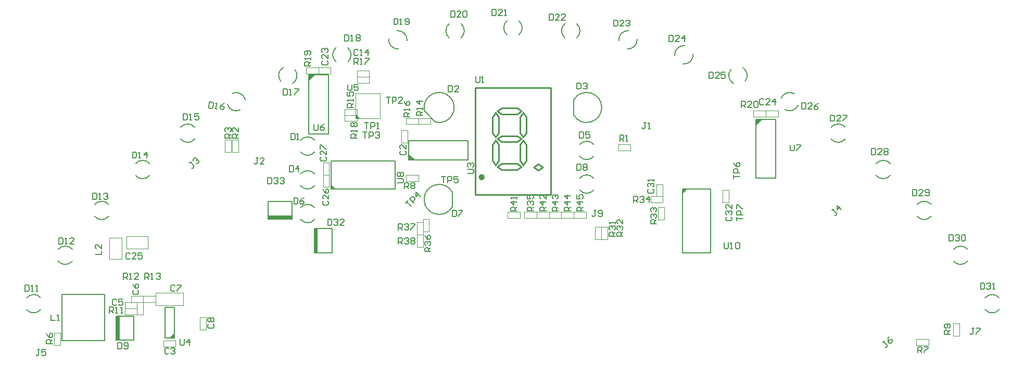
<source format=gto>
G04 Layer_Color=65535*
%FSLAX44Y44*%
%MOMM*%
G71*
G01*
G75*
%ADD28C,0.5000*%
%ADD33C,0.1700*%
%ADD52C,0.2540*%
%ADD63C,0.1000*%
%ADD64C,0.2000*%
G36*
X1079500Y247250D02*
Y254500D01*
X1086750D01*
X1079500Y247250D01*
D02*
G37*
G36*
X515250Y254500D02*
X508000D01*
Y261750D01*
X515250Y254500D01*
D02*
G37*
G36*
X555000Y370000D02*
X547500D01*
Y377500D01*
X555000Y370000D01*
D02*
G37*
D28*
X755349Y273744D02*
G03*
X755349Y273744I-2500J0D01*
G01*
D33*
X1394325Y276632D02*
G03*
X1417307Y276632I11491J9642D01*
G01*
X1417407Y295916D02*
G03*
X1394425Y295916I-11491J-9642D01*
G01*
X1460938Y210000D02*
G03*
X1483920Y210000I11491J9642D01*
G01*
X1484019Y229283D02*
G03*
X1461038Y229283I-11491J-9642D01*
G01*
X1543304Y156073D02*
G03*
X1520323Y156073I-11491J-9642D01*
G01*
X1520223Y136789D02*
G03*
X1543204Y136789I11491J9642D01*
G01*
X1594612Y77086D02*
G03*
X1571631Y77086I-11491J-9642D01*
G01*
X1571531Y57802D02*
G03*
X1594512Y57802I11491J9642D01*
G01*
X368183Y400708D02*
G03*
X347355Y410420I-14489J-3882D01*
G01*
X339114Y392986D02*
G03*
X359942Y383273I14489J3882D01*
G01*
X445077Y426575D02*
G03*
X449067Y449207I-7500J12990D01*
G01*
X430094Y452654D02*
G03*
X426104Y430022I7500J-12990D01*
G01*
X631506Y496434D02*
G03*
X615256Y512684I-14943J1307D01*
G01*
X601550Y499119D02*
G03*
X617800Y482869I14943J-1307D01*
G01*
X1181211Y429944D02*
G03*
X1177220Y452576I-11491J9642D01*
G01*
X1158212Y449326D02*
G03*
X1162203Y426694I11491J-9642D01*
G01*
X1261645Y409603D02*
G03*
X1239788Y402501I-7949J-12721D01*
G01*
X1245652Y384131D02*
G03*
X1267509Y391232I7949J12721D01*
G01*
X704916Y249694D02*
G03*
X704916Y225194I-21218J-12250D01*
G01*
X677272Y363743D02*
G03*
X659948Y381068I6341J23665D01*
G01*
X535175Y461854D02*
G03*
X535175Y484836I-9642J11491D01*
G01*
X515891Y484935D02*
G03*
X515891Y461954I9642J-11491D01*
G01*
X719215Y500973D02*
G03*
X719215Y523954I-9642J11491D01*
G01*
X699931Y524054D02*
G03*
X699931Y501073I9642J-11491D01*
G01*
X813290Y505903D02*
G03*
X813290Y528885I-9642J11491D01*
G01*
X794007Y528985D02*
G03*
X794007Y506003I9642J-11491D01*
G01*
X907366Y500973D02*
G03*
X907366Y523954I-9642J11491D01*
G01*
X888082Y524054D02*
G03*
X888082Y501073I9642J-11491D01*
G01*
X989426Y482799D02*
G03*
X1005677Y499049I1307J14943D01*
G01*
X992112Y512755D02*
G03*
X975861Y496505I-1307J-14943D01*
G01*
X902381Y375194D02*
G03*
X902381Y399694I21218J12250D01*
G01*
X912108Y307802D02*
G03*
X935089Y307802I11491J9642D01*
G01*
X935189Y327086D02*
G03*
X912208Y327086I-11491J-9642D01*
G01*
X912108Y252802D02*
G03*
X935089Y252802I11491J9642D01*
G01*
X935189Y272086D02*
G03*
X912208Y272086I-11491J-9642D01*
G01*
X1080421Y458416D02*
G03*
X1096671Y474667I1307J14943D01*
G01*
X1083106Y488373D02*
G03*
X1066856Y472123I-1307J-14943D01*
G01*
X1321115Y335897D02*
G03*
X1344096Y335897I11491J9642D01*
G01*
X1344196Y355181D02*
G03*
X1321215Y355181I-11491J-9642D01*
G01*
X481261Y334123D02*
G03*
X458280Y334123I-11491J-9642D01*
G01*
X458180Y314839D02*
G03*
X481161Y314839I11491J9642D01*
G01*
X481261Y279123D02*
G03*
X458280Y279123I-11491J-9642D01*
G01*
X458180Y259839D02*
G03*
X481161Y259839I11491J9642D01*
G01*
X481261Y224123D02*
G03*
X458280Y224123I-11491J-9642D01*
G01*
X458180Y204839D02*
G03*
X481161Y204839I11491J9642D01*
G01*
X286182Y355181D02*
G03*
X263201Y355181I-11491J-9642D01*
G01*
X263101Y335897D02*
G03*
X286082Y335897I11491J9642D01*
G01*
X212972Y295896D02*
G03*
X189990Y295896I-11491J-9642D01*
G01*
X189890Y276612D02*
G03*
X212872Y276612I11491J9642D01*
G01*
X146359Y229263D02*
G03*
X123378Y229263I-11491J-9642D01*
G01*
X123278Y209980D02*
G03*
X146259Y209980I11491J9642D01*
G01*
X87074Y156073D02*
G03*
X64092Y156073I-11491J-9642D01*
G01*
X63993Y136789D02*
G03*
X86974Y136789I11491J9642D01*
G01*
X35766Y77066D02*
G03*
X12785Y77066I-11491J-9642D01*
G01*
X12685Y57782D02*
G03*
X35666Y57782I11491J9642D01*
G01*
X704899Y225194D02*
Y249694D01*
X659960Y381080D02*
X677284Y363756D01*
X902399Y375194D02*
Y399694D01*
X560000Y347497D02*
X566665D01*
X563332D01*
Y337500D01*
X569997D02*
Y347497D01*
X574995D01*
X576661Y345831D01*
Y342498D01*
X574995Y340832D01*
X569997D01*
X579994Y345831D02*
X581660Y347497D01*
X584992D01*
X586658Y345831D01*
Y344165D01*
X584992Y342498D01*
X583326D01*
X584992D01*
X586658Y340832D01*
Y339166D01*
X584992Y337500D01*
X581660D01*
X579994Y339166D01*
X597500Y404074D02*
X604165D01*
X600832D01*
Y394078D01*
X607497D02*
Y404074D01*
X612495D01*
X614161Y402408D01*
Y399076D01*
X612495Y397410D01*
X607497D01*
X624158Y394078D02*
X617494D01*
X624158Y400742D01*
Y402408D01*
X622492Y404074D01*
X619160D01*
X617494Y402408D01*
X562500Y362497D02*
X569165D01*
X565832D01*
Y352500D01*
X572497D02*
Y362497D01*
X577495D01*
X579161Y360831D01*
Y357498D01*
X577495Y355832D01*
X572497D01*
X582494Y352500D02*
X585826D01*
X584160D01*
Y362497D01*
X582494Y360831D01*
X1151669Y209165D02*
X1150003Y207498D01*
Y204166D01*
X1151669Y202500D01*
X1158334D01*
X1160000Y204166D01*
Y207498D01*
X1158334Y209165D01*
X1151669Y212497D02*
X1150003Y214163D01*
Y217495D01*
X1151669Y219161D01*
X1153335D01*
X1155002Y217495D01*
Y215829D01*
Y217495D01*
X1156668Y219161D01*
X1158334D01*
X1160000Y217495D01*
Y214163D01*
X1158334Y212497D01*
X1160000Y229158D02*
Y222494D01*
X1153335Y229158D01*
X1151669D01*
X1150003Y227492D01*
Y224160D01*
X1151669Y222494D01*
X1024169Y254165D02*
X1022503Y252498D01*
Y249166D01*
X1024169Y247500D01*
X1030834D01*
X1032500Y249166D01*
Y252498D01*
X1030834Y254165D01*
X1024169Y257497D02*
X1022503Y259163D01*
Y262495D01*
X1024169Y264161D01*
X1025835D01*
X1027502Y262495D01*
Y260829D01*
Y262495D01*
X1029168Y264161D01*
X1030834D01*
X1032500Y262495D01*
Y259163D01*
X1030834Y257497D01*
X1032500Y267493D02*
Y270826D01*
Y269160D01*
X1022503D01*
X1024169Y267493D01*
X1147500Y167497D02*
Y159166D01*
X1149166Y157500D01*
X1152498D01*
X1154165Y159166D01*
Y167497D01*
X1157497Y157500D02*
X1160829D01*
X1159163D01*
Y167497D01*
X1157497Y165831D01*
X1165827D02*
X1167494Y167497D01*
X1170826D01*
X1172492Y165831D01*
Y159166D01*
X1170826Y157500D01*
X1167494D01*
X1165827Y159166D01*
Y165831D01*
X615477Y264564D02*
X623807D01*
X625474Y266230D01*
Y269562D01*
X623807Y271228D01*
X615477D01*
X617143Y274560D02*
X615477Y276227D01*
Y279559D01*
X617143Y281225D01*
X618809D01*
X620475Y279559D01*
X622141Y281225D01*
X623807D01*
X625474Y279559D01*
Y276227D01*
X623807Y274560D01*
X622141D01*
X620475Y276227D01*
X618809Y274560D01*
X617143D01*
X620475Y276227D02*
Y279559D01*
X491669Y306665D02*
X490003Y304998D01*
Y301666D01*
X491669Y300000D01*
X498334D01*
X500000Y301666D01*
Y304998D01*
X498334Y306665D01*
X500000Y316661D02*
Y309997D01*
X493335Y316661D01*
X491669D01*
X490003Y314995D01*
Y311663D01*
X491669Y309997D01*
X490003Y319994D02*
Y326658D01*
X491669D01*
X498334Y319994D01*
X500000D01*
X495748Y234682D02*
X494082Y233016D01*
Y229683D01*
X495748Y228017D01*
X502412D01*
X504078Y229683D01*
Y233016D01*
X502412Y234682D01*
X504078Y244679D02*
Y238014D01*
X497414Y244679D01*
X495748D01*
X494082Y243013D01*
Y239680D01*
X495748Y238014D01*
X494082Y254675D02*
X495748Y251343D01*
X499080Y248011D01*
X502412D01*
X504078Y249677D01*
Y253009D01*
X502412Y254675D01*
X500746D01*
X499080Y253009D01*
Y248011D01*
X124771Y147500D02*
X134768D01*
Y154164D01*
Y164161D02*
Y157497D01*
X128104Y164161D01*
X126438D01*
X124771Y162495D01*
Y159163D01*
X126438Y157497D01*
X180788Y148900D02*
X179122Y150567D01*
X175790D01*
X174124Y148900D01*
Y142236D01*
X175790Y140570D01*
X179122D01*
X180788Y142236D01*
X190785Y140570D02*
X184120D01*
X190785Y147234D01*
Y148900D01*
X189119Y150567D01*
X185786D01*
X184120Y148900D01*
X200782Y150567D02*
X194117D01*
Y145568D01*
X197449Y147234D01*
X199116D01*
X200782Y145568D01*
Y142236D01*
X199116Y140570D01*
X195783D01*
X194117Y142236D01*
X939165Y219997D02*
X935832D01*
X937498D01*
Y211666D01*
X935832Y210000D01*
X934166D01*
X932500Y211666D01*
X942497D02*
X944163Y210000D01*
X947495D01*
X949161Y211666D01*
Y218331D01*
X947495Y219997D01*
X944163D01*
X942497Y218331D01*
Y216665D01*
X944163Y214998D01*
X949161D01*
X621669Y316665D02*
X620003Y314998D01*
Y311666D01*
X621669Y310000D01*
X628334D01*
X630000Y311666D01*
Y314998D01*
X628334Y316665D01*
X630000Y326661D02*
Y319997D01*
X623335Y326661D01*
X621669D01*
X620003Y324995D01*
Y321663D01*
X621669Y319997D01*
X244165Y-6669D02*
X242498Y-5003D01*
X239166D01*
X237500Y-6669D01*
Y-13334D01*
X239166Y-15000D01*
X242498D01*
X244165Y-13334D01*
X247497Y-6669D02*
X249163Y-5003D01*
X252495D01*
X254161Y-6669D01*
Y-8335D01*
X252495Y-10002D01*
X250829D01*
X252495D01*
X254161Y-11668D01*
Y-13334D01*
X252495Y-15000D01*
X249163D01*
X247497Y-13334D01*
X159164Y73331D02*
X157498Y74997D01*
X154166D01*
X152500Y73331D01*
Y66666D01*
X154166Y65000D01*
X157498D01*
X159164Y66666D01*
X169161Y74997D02*
X162497D01*
Y69998D01*
X165829Y71665D01*
X167495D01*
X169161Y69998D01*
Y66666D01*
X167495Y65000D01*
X164163D01*
X162497Y66666D01*
X186669Y89164D02*
X185003Y87498D01*
Y84166D01*
X186669Y82500D01*
X193334D01*
X195000Y84166D01*
Y87498D01*
X193334Y89164D01*
X185003Y99161D02*
X186669Y95829D01*
X190002Y92497D01*
X193334D01*
X195000Y94163D01*
Y97495D01*
X193334Y99161D01*
X191668D01*
X190002Y97495D01*
Y92497D01*
X254165Y95831D02*
X252498Y97497D01*
X249166D01*
X247500Y95831D01*
Y89166D01*
X249166Y87500D01*
X252498D01*
X254165Y89166D01*
X257497Y97497D02*
X264161D01*
Y95831D01*
X257497Y89166D01*
Y87500D01*
X309169Y34165D02*
X307503Y32498D01*
Y29166D01*
X309169Y27500D01*
X315834D01*
X317500Y29166D01*
Y32498D01*
X315834Y34165D01*
X309169Y37497D02*
X307503Y39163D01*
Y42495D01*
X309169Y44161D01*
X310835D01*
X312502Y42495D01*
X314168Y44161D01*
X315834D01*
X317500Y42495D01*
Y39163D01*
X315834Y37497D01*
X314168D01*
X312502Y39163D01*
X310835Y37497D01*
X309169D01*
X312502Y39163D02*
Y42495D01*
X551665Y480831D02*
X549998Y482497D01*
X546666D01*
X545000Y480831D01*
Y474166D01*
X546666Y472500D01*
X549998D01*
X551665Y474166D01*
X554997Y472500D02*
X558329D01*
X556663D01*
Y482497D01*
X554997Y480831D01*
X568326Y472500D02*
Y482497D01*
X563327Y477498D01*
X569992D01*
X494169Y463529D02*
X492503Y461862D01*
Y458530D01*
X494169Y456864D01*
X500834D01*
X502500Y458530D01*
Y461862D01*
X500834Y463529D01*
X502500Y473525D02*
Y466861D01*
X495835Y473525D01*
X494169D01*
X492503Y471859D01*
Y468527D01*
X494169Y466861D01*
Y476857D02*
X492503Y478524D01*
Y481856D01*
X494169Y483522D01*
X495835D01*
X497502Y481856D01*
Y480190D01*
Y481856D01*
X499168Y483522D01*
X500834D01*
X502500Y481856D01*
Y478524D01*
X500834Y476857D01*
X1211665Y400050D02*
X1209998Y401716D01*
X1206666D01*
X1205000Y400050D01*
Y393386D01*
X1206666Y391719D01*
X1209998D01*
X1211665Y393386D01*
X1221661Y391719D02*
X1214997D01*
X1221661Y398384D01*
Y400050D01*
X1219995Y401716D01*
X1216663D01*
X1214997Y400050D01*
X1229992Y391719D02*
Y401716D01*
X1224994Y396718D01*
X1231658D01*
X698583Y423240D02*
Y413243D01*
X703581D01*
X705247Y414909D01*
Y421574D01*
X703581Y423240D01*
X698583D01*
X715244Y413243D02*
X708579D01*
X715244Y419908D01*
Y421574D01*
X713578Y423240D01*
X710246D01*
X708579Y421574D01*
X912108Y347497D02*
Y337500D01*
X917106D01*
X918772Y339166D01*
Y345831D01*
X917106Y347497D01*
X912108D01*
X928769D02*
X922105D01*
Y342498D01*
X925437Y344165D01*
X927103D01*
X928769Y342498D01*
Y339166D01*
X927103Y337500D01*
X923771D01*
X922105Y339166D01*
X705000Y219997D02*
Y210000D01*
X709998D01*
X711665Y211666D01*
Y218331D01*
X709998Y219997D01*
X705000D01*
X714997D02*
X721661D01*
Y218331D01*
X714997Y211666D01*
Y210000D01*
X907500Y294997D02*
Y285000D01*
X912498D01*
X914165Y286666D01*
Y293331D01*
X912498Y294997D01*
X907500D01*
X917497Y293331D02*
X919163Y294997D01*
X922495D01*
X924161Y293331D01*
Y291665D01*
X922495Y289998D01*
X924161Y288332D01*
Y286666D01*
X922495Y285000D01*
X919163D01*
X917497Y286666D01*
Y288332D01*
X919163Y289998D01*
X917497Y291665D01*
Y293331D01*
X919163Y289998D02*
X922495D01*
X160803Y3664D02*
Y-6333D01*
X165802D01*
X167468Y-4667D01*
Y1998D01*
X165802Y3664D01*
X160803D01*
X170800Y-4667D02*
X172466Y-6333D01*
X175798D01*
X177464Y-4667D01*
Y1998D01*
X175798Y3664D01*
X172466D01*
X170800Y1998D01*
Y332D01*
X172466Y-1334D01*
X177464D01*
X10000Y97497D02*
Y87500D01*
X14998D01*
X16665Y89166D01*
Y95831D01*
X14998Y97497D01*
X10000D01*
X19997Y87500D02*
X23329D01*
X21663D01*
Y97497D01*
X19997Y95831D01*
X28327Y87500D02*
X31660D01*
X29994D01*
Y97497D01*
X28327Y95831D01*
X65000Y174997D02*
Y165000D01*
X69998D01*
X71665Y166666D01*
Y173331D01*
X69998Y174997D01*
X65000D01*
X74997Y165000D02*
X78329D01*
X76663D01*
Y174997D01*
X74997Y173331D01*
X89992Y165000D02*
X83327D01*
X89992Y171665D01*
Y173331D01*
X88326Y174997D01*
X84994D01*
X83327Y173331D01*
X120000Y247497D02*
Y237500D01*
X124998D01*
X126664Y239166D01*
Y245831D01*
X124998Y247497D01*
X120000D01*
X129997Y237500D02*
X133329D01*
X131663D01*
Y247497D01*
X129997Y245831D01*
X138327D02*
X139993Y247497D01*
X143326D01*
X144992Y245831D01*
Y244165D01*
X143326Y242498D01*
X141660D01*
X143326D01*
X144992Y240832D01*
Y239166D01*
X143326Y237500D01*
X139993D01*
X138327Y239166D01*
X185000Y314997D02*
Y305000D01*
X189998D01*
X191665Y306666D01*
Y313331D01*
X189998Y314997D01*
X185000D01*
X194997Y305000D02*
X198329D01*
X196663D01*
Y314997D01*
X194997Y313331D01*
X208326Y305000D02*
Y314997D01*
X203327Y309998D01*
X209992D01*
X267500Y377497D02*
Y367500D01*
X272498D01*
X274165Y369166D01*
Y375831D01*
X272498Y377497D01*
X267500D01*
X277497Y367500D02*
X280829D01*
X279163D01*
Y377497D01*
X277497Y375831D01*
X292492Y377497D02*
X285827D01*
Y372498D01*
X289160Y374165D01*
X290826D01*
X292492Y372498D01*
Y369166D01*
X290826Y367500D01*
X287494D01*
X285827Y369166D01*
X309787Y396317D02*
X308916Y386359D01*
X313895Y385923D01*
X315700Y387438D01*
X316281Y394077D01*
X314766Y395882D01*
X309787Y396317D01*
X318874Y385488D02*
X322194Y385197D01*
X320534Y385342D01*
X321405Y395301D01*
X319601Y393787D01*
X334684Y394139D02*
X331219Y392770D01*
X327609Y389741D01*
X327319Y386421D01*
X328833Y384616D01*
X332153Y384326D01*
X333958Y385840D01*
X334103Y387500D01*
X332588Y389305D01*
X327609Y389741D01*
X430094Y417497D02*
Y407500D01*
X435093D01*
X436759Y409166D01*
Y415831D01*
X435093Y417497D01*
X430094D01*
X440091Y407500D02*
X443423D01*
X441757D01*
Y417497D01*
X440091Y415831D01*
X448422Y417497D02*
X455086D01*
Y415831D01*
X448422Y409166D01*
Y407500D01*
X530000Y505842D02*
Y495845D01*
X534998D01*
X536665Y497511D01*
Y504175D01*
X534998Y505842D01*
X530000D01*
X539997Y495845D02*
X543329D01*
X541663D01*
Y505842D01*
X539997Y504175D01*
X548327D02*
X549994Y505842D01*
X553326D01*
X554992Y504175D01*
Y502509D01*
X553326Y500843D01*
X554992Y499177D01*
Y497511D01*
X553326Y495845D01*
X549994D01*
X548327Y497511D01*
Y499177D01*
X549994Y500843D01*
X548327Y502509D01*
Y504175D01*
X549994Y500843D02*
X553326D01*
X610000Y532497D02*
Y522500D01*
X614998D01*
X616665Y524166D01*
Y530831D01*
X614998Y532497D01*
X610000D01*
X619997Y522500D02*
X623329D01*
X621663D01*
Y532497D01*
X619997Y530831D01*
X628327Y524166D02*
X629994Y522500D01*
X633326D01*
X634992Y524166D01*
Y530831D01*
X633326Y532497D01*
X629994D01*
X628327Y530831D01*
Y529165D01*
X629994Y527498D01*
X634992D01*
X702500Y544997D02*
Y535000D01*
X707498D01*
X709165Y536666D01*
Y543331D01*
X707498Y544997D01*
X702500D01*
X719161Y535000D02*
X712497D01*
X719161Y541665D01*
Y543331D01*
X717495Y544997D01*
X714163D01*
X712497Y543331D01*
X722494D02*
X724160Y544997D01*
X727492D01*
X729158Y543331D01*
Y536666D01*
X727492Y535000D01*
X724160D01*
X722494Y536666D01*
Y543331D01*
X770000Y547497D02*
Y537500D01*
X774998D01*
X776665Y539166D01*
Y545831D01*
X774998Y547497D01*
X770000D01*
X786661Y537500D02*
X779997D01*
X786661Y544165D01*
Y545831D01*
X784995Y547497D01*
X781663D01*
X779997Y545831D01*
X789994Y537500D02*
X793326D01*
X791660D01*
Y547497D01*
X789994Y545831D01*
X862500Y539997D02*
Y530000D01*
X867498D01*
X869165Y531666D01*
Y538331D01*
X867498Y539997D01*
X862500D01*
X879161Y530000D02*
X872497D01*
X879161Y536665D01*
Y538331D01*
X877495Y539997D01*
X874163D01*
X872497Y538331D01*
X889158Y530000D02*
X882494D01*
X889158Y536665D01*
Y538331D01*
X887492Y539997D01*
X884160D01*
X882494Y538331D01*
X967500Y529997D02*
Y520000D01*
X972498D01*
X974165Y521666D01*
Y528331D01*
X972498Y529997D01*
X967500D01*
X984161Y520000D02*
X977497D01*
X984161Y526665D01*
Y528331D01*
X982495Y529997D01*
X979163D01*
X977497Y528331D01*
X987494D02*
X989160Y529997D01*
X992492D01*
X994158Y528331D01*
Y526665D01*
X992492Y524998D01*
X990826D01*
X992492D01*
X994158Y523332D01*
Y521666D01*
X992492Y520000D01*
X989160D01*
X987494Y521666D01*
X1057500Y504997D02*
Y495000D01*
X1062498D01*
X1064165Y496666D01*
Y503331D01*
X1062498Y504997D01*
X1057500D01*
X1074161Y495000D02*
X1067497D01*
X1074161Y501665D01*
Y503331D01*
X1072495Y504997D01*
X1069163D01*
X1067497Y503331D01*
X1082492Y495000D02*
Y504997D01*
X1077494Y499998D01*
X1084158D01*
X1122500Y444997D02*
Y435000D01*
X1127498D01*
X1129165Y436666D01*
Y443331D01*
X1127498Y444997D01*
X1122500D01*
X1139161Y435000D02*
X1132497D01*
X1139161Y441665D01*
Y443331D01*
X1137495Y444997D01*
X1134163D01*
X1132497Y443331D01*
X1149158Y444997D02*
X1142494D01*
Y439998D01*
X1145826Y441665D01*
X1147492D01*
X1149158Y439998D01*
Y436666D01*
X1147492Y435000D01*
X1144160D01*
X1142494Y436666D01*
X1273578Y395149D02*
X1273229Y385159D01*
X1278224Y384984D01*
X1279948Y386591D01*
X1280180Y393252D01*
X1278573Y394975D01*
X1273578Y395149D01*
X1289880Y384577D02*
X1283220Y384810D01*
X1290113Y391238D01*
X1290171Y392903D01*
X1288564Y394626D01*
X1285234Y394743D01*
X1283510Y393135D01*
X1300220Y394219D02*
X1296831Y392670D01*
X1293385Y389456D01*
X1293268Y386126D01*
X1294875Y384403D01*
X1298206Y384287D01*
X1299929Y385894D01*
X1299987Y387559D01*
X1298380Y389282D01*
X1293385Y389456D01*
X1320000Y374997D02*
Y365000D01*
X1324998D01*
X1326664Y366666D01*
Y373331D01*
X1324998Y374997D01*
X1320000D01*
X1336661Y365000D02*
X1329997D01*
X1336661Y371665D01*
Y373331D01*
X1334995Y374997D01*
X1331663D01*
X1329997Y373331D01*
X1339994Y374997D02*
X1346658D01*
Y373331D01*
X1339994Y366666D01*
Y365000D01*
X1387176Y320133D02*
Y310136D01*
X1392174D01*
X1393840Y311802D01*
Y318467D01*
X1392174Y320133D01*
X1387176D01*
X1403837Y310136D02*
X1397173D01*
X1403837Y316800D01*
Y318467D01*
X1402171Y320133D01*
X1398839D01*
X1397173Y318467D01*
X1407170D02*
X1408836Y320133D01*
X1412168D01*
X1413834Y318467D01*
Y316800D01*
X1412168Y315134D01*
X1413834Y313468D01*
Y311802D01*
X1412168Y310136D01*
X1408836D01*
X1407170Y311802D01*
Y313468D01*
X1408836Y315134D01*
X1407170Y316800D01*
Y318467D01*
X1408836Y315134D02*
X1412168D01*
X1453724Y253331D02*
Y243334D01*
X1458722D01*
X1460388Y245000D01*
Y251665D01*
X1458722Y253331D01*
X1453724D01*
X1470385Y243334D02*
X1463721D01*
X1470385Y249998D01*
Y251665D01*
X1468719Y253331D01*
X1465387D01*
X1463721Y251665D01*
X1473718Y245000D02*
X1475384Y243334D01*
X1478716D01*
X1480382Y245000D01*
Y251665D01*
X1478716Y253331D01*
X1475384D01*
X1473718Y251665D01*
Y249998D01*
X1475384Y248332D01*
X1480382D01*
X1512906Y180179D02*
Y170182D01*
X1517904D01*
X1519570Y171848D01*
Y178513D01*
X1517904Y180179D01*
X1512906D01*
X1522903Y178513D02*
X1524569Y180179D01*
X1527901D01*
X1529567Y178513D01*
Y176847D01*
X1527901Y175180D01*
X1526235D01*
X1527901D01*
X1529567Y173514D01*
Y171848D01*
X1527901Y170182D01*
X1524569D01*
X1522903Y171848D01*
X1532900Y178513D02*
X1534566Y180179D01*
X1537898D01*
X1539564Y178513D01*
Y171848D01*
X1537898Y170182D01*
X1534566D01*
X1532900Y171848D01*
Y178513D01*
X1564214Y101185D02*
Y91188D01*
X1569212D01*
X1570878Y92854D01*
Y99519D01*
X1569212Y101185D01*
X1564214D01*
X1574211Y99519D02*
X1575877Y101185D01*
X1579209D01*
X1580875Y99519D01*
Y97852D01*
X1579209Y96186D01*
X1577543D01*
X1579209D01*
X1580875Y94520D01*
Y92854D01*
X1579209Y91188D01*
X1575877D01*
X1574211Y92854D01*
X1584208Y91188D02*
X1587540D01*
X1585874D01*
Y101185D01*
X1584208Y99519D01*
X1020313Y362497D02*
X1016981D01*
X1018647D01*
Y354166D01*
X1016981Y352500D01*
X1015315D01*
X1013649Y354166D01*
X1023645Y352500D02*
X1026977D01*
X1025311D01*
Y362497D01*
X1023645Y360831D01*
X389165Y304997D02*
X385832D01*
X387498D01*
Y296666D01*
X385832Y295000D01*
X384166D01*
X382500Y296666D01*
X399161Y295000D02*
X392497D01*
X399161Y301665D01*
Y303331D01*
X397495Y304997D01*
X394163D01*
X392497Y303331D01*
X280144Y299281D02*
X277787Y296925D01*
X278966Y298103D01*
X284856Y292213D01*
Y289856D01*
X283678Y288678D01*
X281322D01*
X283678Y300459D02*
Y302816D01*
X286034Y305172D01*
X288391Y305172D01*
X289569Y303994D01*
Y301638D01*
X288391Y300459D01*
X289569Y301638D01*
X291925Y301638D01*
X293103Y300459D01*
Y298103D01*
X290747Y295747D01*
X288391D01*
X1325144Y221781D02*
X1322787Y219425D01*
X1323966Y220603D01*
X1329856Y214713D01*
Y212356D01*
X1328678Y211178D01*
X1326322D01*
X1338103Y220603D02*
X1331034Y227672D01*
Y220603D01*
X1335747Y225316D01*
X34165Y-7503D02*
X30832D01*
X32498D01*
Y-15834D01*
X30832Y-17500D01*
X29166D01*
X27500Y-15834D01*
X44161Y-7503D02*
X37497D01*
Y-12502D01*
X40829Y-10835D01*
X42495D01*
X44161Y-12502D01*
Y-15834D01*
X42495Y-17500D01*
X39163D01*
X37497Y-15834D01*
X1407644Y6781D02*
X1405287Y4425D01*
X1406466Y5603D01*
X1412356Y-288D01*
Y-2644D01*
X1411178Y-3822D01*
X1408822D01*
X1414713Y13850D02*
X1413534Y10316D01*
Y5603D01*
X1415891Y3247D01*
X1418247D01*
X1420603Y5603D01*
Y7959D01*
X1419425Y9138D01*
X1417069Y9138D01*
X1413534Y5603D01*
X1553428Y27497D02*
X1550096D01*
X1551762D01*
Y19166D01*
X1550096Y17500D01*
X1548430D01*
X1546764Y19166D01*
X1556761Y27497D02*
X1563425D01*
Y25831D01*
X1556761Y19166D01*
Y17500D01*
X52500Y49997D02*
Y40000D01*
X59165D01*
X62497D02*
X65829D01*
X64163D01*
Y49997D01*
X62497Y48331D01*
X977500Y332500D02*
Y342497D01*
X982498D01*
X984165Y340831D01*
Y337498D01*
X982498Y335832D01*
X977500D01*
X980832D02*
X984165Y332500D01*
X987497D02*
X990829D01*
X989163D01*
Y342497D01*
X987497Y340831D01*
X357501Y337500D02*
X347504D01*
Y342499D01*
X349170Y344165D01*
X352502D01*
X354168Y342499D01*
Y337500D01*
Y340833D02*
X357501Y344165D01*
Y354162D02*
Y347497D01*
X350836Y354162D01*
X349170D01*
X347504Y352495D01*
Y349163D01*
X349170Y347497D01*
X345000Y337500D02*
X335003D01*
Y342498D01*
X336669Y344165D01*
X340002D01*
X341668Y342498D01*
Y337500D01*
Y340832D02*
X345000Y344165D01*
X336669Y347497D02*
X335003Y349163D01*
Y352495D01*
X336669Y354161D01*
X338335D01*
X340002Y352495D01*
Y350829D01*
Y352495D01*
X341668Y354161D01*
X343334D01*
X345000Y352495D01*
Y349163D01*
X343334Y347497D01*
X55000Y2500D02*
X45003D01*
Y7498D01*
X46669Y9165D01*
X50002D01*
X51668Y7498D01*
Y2500D01*
Y5832D02*
X55000Y9165D01*
X45003Y19161D02*
X46669Y15829D01*
X50002Y12497D01*
X53334D01*
X55000Y14163D01*
Y17495D01*
X53334Y19161D01*
X51668D01*
X50002Y17495D01*
Y12497D01*
X1462500Y-12500D02*
Y-2503D01*
X1467498D01*
X1469164Y-4169D01*
Y-7502D01*
X1467498Y-9168D01*
X1462500D01*
X1465832D02*
X1469164Y-12500D01*
X1472497Y-2503D02*
X1479161D01*
Y-4169D01*
X1472497Y-10834D01*
Y-12500D01*
X627500Y255000D02*
Y264997D01*
X632498D01*
X634165Y263331D01*
Y259998D01*
X632498Y258332D01*
X627500D01*
X630832D02*
X634165Y255000D01*
X637497Y263331D02*
X639163Y264997D01*
X642495D01*
X644161Y263331D01*
Y261665D01*
X642495Y259998D01*
X644161Y258332D01*
Y256666D01*
X642495Y255000D01*
X639163D01*
X637497Y256666D01*
Y258332D01*
X639163Y259998D01*
X637497Y261665D01*
Y263331D01*
X639163Y259998D02*
X642495D01*
X1515000Y17500D02*
X1505003D01*
Y22498D01*
X1506669Y24165D01*
X1510002D01*
X1511668Y22498D01*
Y17500D01*
Y20832D02*
X1515000Y24165D01*
X1513334Y27497D02*
X1515000Y29163D01*
Y32495D01*
X1513334Y34161D01*
X1506669D01*
X1505003Y32495D01*
Y29163D01*
X1506669Y27497D01*
X1508336D01*
X1510002Y29163D01*
Y34161D01*
X147500Y52500D02*
Y62497D01*
X152498D01*
X154164Y60831D01*
Y57498D01*
X152498Y55832D01*
X147500D01*
X150832D02*
X154164Y52500D01*
X157497D02*
X160829D01*
X159163D01*
Y62497D01*
X157497Y60831D01*
X165827Y52500D02*
X169160D01*
X167494D01*
Y62497D01*
X165827Y60831D01*
X170000Y107500D02*
Y117497D01*
X174998D01*
X176665Y115831D01*
Y112498D01*
X174998Y110832D01*
X170000D01*
X173332D02*
X176665Y107500D01*
X179997D02*
X183329D01*
X181663D01*
Y117497D01*
X179997Y115831D01*
X194992Y107500D02*
X188327D01*
X194992Y114164D01*
Y115831D01*
X193326Y117497D01*
X189993D01*
X188327Y115831D01*
X205000Y107500D02*
Y117497D01*
X209998D01*
X211665Y115831D01*
Y112498D01*
X209998Y110832D01*
X205000D01*
X208332D02*
X211665Y107500D01*
X214997D02*
X218329D01*
X216663D01*
Y117497D01*
X214997Y115831D01*
X223327D02*
X224994Y117497D01*
X228326D01*
X229992Y115831D01*
Y114164D01*
X228326Y112498D01*
X226660D01*
X228326D01*
X229992Y110832D01*
Y109166D01*
X228326Y107500D01*
X224994D01*
X223327Y109166D01*
X656564Y374303D02*
X646567D01*
Y379301D01*
X648233Y380968D01*
X651565D01*
X653231Y379301D01*
Y374303D01*
Y377635D02*
X656564Y380968D01*
Y384300D02*
Y387632D01*
Y385966D01*
X646567D01*
X648233Y384300D01*
X656564Y397629D02*
X646567D01*
X651565Y392631D01*
Y399295D01*
X544500Y387500D02*
X534503D01*
Y392498D01*
X536169Y394165D01*
X539502D01*
X541168Y392498D01*
Y387500D01*
Y390832D02*
X544500Y394165D01*
Y397497D02*
Y400829D01*
Y399163D01*
X534503D01*
X536169Y397497D01*
X534503Y412492D02*
Y405827D01*
X539502D01*
X537836Y409160D01*
Y410826D01*
X539502Y412492D01*
X542834D01*
X544500Y410826D01*
Y407494D01*
X542834Y405827D01*
X636148Y372500D02*
X626152D01*
Y377498D01*
X627818Y379165D01*
X631150D01*
X632816Y377498D01*
Y372500D01*
Y375832D02*
X636148Y379165D01*
Y382497D02*
Y385829D01*
Y384163D01*
X626152D01*
X627818Y382497D01*
X626152Y397492D02*
X627818Y394160D01*
X631150Y390827D01*
X634482D01*
X636148Y392494D01*
Y395826D01*
X634482Y397492D01*
X632816D01*
X631150Y395826D01*
Y390827D01*
X545000Y457500D02*
Y467497D01*
X549998D01*
X551665Y465831D01*
Y462498D01*
X549998Y460832D01*
X545000D01*
X548332D02*
X551665Y457500D01*
X554997D02*
X558329D01*
X556663D01*
Y467497D01*
X554997Y465831D01*
X563327Y467497D02*
X569992D01*
Y465831D01*
X563327Y459166D01*
Y457500D01*
X550000Y337500D02*
X540003D01*
Y342498D01*
X541669Y344165D01*
X545002D01*
X546668Y342498D01*
Y337500D01*
Y340832D02*
X550000Y344165D01*
Y347497D02*
Y350829D01*
Y349163D01*
X540003D01*
X541669Y347497D01*
Y355827D02*
X540003Y357494D01*
Y360826D01*
X541669Y362492D01*
X543335D01*
X545002Y360826D01*
X546668Y362492D01*
X548334D01*
X550000Y360826D01*
Y357494D01*
X548334Y355827D01*
X546668D01*
X545002Y357494D01*
X543335Y355827D01*
X541669D01*
X545002Y357494D02*
Y360826D01*
X475000Y455000D02*
X465003D01*
Y459998D01*
X466669Y461665D01*
X470002D01*
X471668Y459998D01*
Y455000D01*
Y458332D02*
X475000Y461665D01*
Y464997D02*
Y468329D01*
Y466663D01*
X465003D01*
X466669Y464997D01*
X473334Y473327D02*
X475000Y474994D01*
Y478326D01*
X473334Y479992D01*
X466669D01*
X465003Y478326D01*
Y474994D01*
X466669Y473327D01*
X468335D01*
X470002Y474994D01*
Y479992D01*
X1175230Y387500D02*
Y397497D01*
X1180229D01*
X1181895Y395831D01*
Y392498D01*
X1180229Y390832D01*
X1175230D01*
X1178563D02*
X1181895Y387500D01*
X1191892D02*
X1185227D01*
X1191892Y394165D01*
Y395831D01*
X1190226Y397497D01*
X1186893D01*
X1185227Y395831D01*
X1195224D02*
X1196890Y397497D01*
X1200222D01*
X1201889Y395831D01*
Y389166D01*
X1200222Y387500D01*
X1196890D01*
X1195224Y389166D01*
Y395831D01*
X743032Y437989D02*
Y429658D01*
X744698Y427992D01*
X748030D01*
X749697Y429658D01*
Y437989D01*
X753029Y427992D02*
X756361D01*
X754695D01*
Y437989D01*
X753029Y436323D01*
X730003Y280000D02*
X738334D01*
X740000Y281666D01*
Y284998D01*
X738334Y286665D01*
X730003D01*
X731669Y289997D02*
X730003Y291663D01*
Y294995D01*
X731669Y296661D01*
X733335D01*
X735002Y294995D01*
Y293329D01*
Y294995D01*
X736668Y296661D01*
X738334D01*
X740000Y294995D01*
Y291663D01*
X738334Y289997D01*
X262500Y9997D02*
Y1666D01*
X264166Y0D01*
X267498D01*
X269165Y1666D01*
Y9997D01*
X277495Y0D02*
Y9997D01*
X272497Y4998D01*
X279161D01*
X535175Y424997D02*
Y416666D01*
X536841Y415000D01*
X540173D01*
X541839Y416666D01*
Y424997D01*
X551836D02*
X545172D01*
Y419998D01*
X548504Y421665D01*
X550170D01*
X551836Y419998D01*
Y416666D01*
X550170Y415000D01*
X546838D01*
X545172Y416666D01*
X480000Y359997D02*
Y351666D01*
X481666Y350000D01*
X484998D01*
X486665Y351666D01*
Y359997D01*
X496661D02*
X493329Y358331D01*
X489997Y354998D01*
Y351666D01*
X491663Y350000D01*
X494995D01*
X496661Y351666D01*
Y353332D01*
X494995Y354998D01*
X489997D01*
X1255000Y326747D02*
Y318416D01*
X1256666Y316750D01*
X1259998D01*
X1261665Y318416D01*
Y326747D01*
X1264997D02*
X1271661D01*
Y325081D01*
X1264997Y318416D01*
Y316750D01*
X442500Y344997D02*
Y335000D01*
X447498D01*
X449165Y336666D01*
Y343331D01*
X447498Y344997D01*
X442500D01*
X452497Y335000D02*
X455829D01*
X454163D01*
Y344997D01*
X452497Y343331D01*
X907500Y427497D02*
Y417500D01*
X912498D01*
X914165Y419166D01*
Y425831D01*
X912498Y427497D01*
X907500D01*
X917497Y425831D02*
X919163Y427497D01*
X922495D01*
X924161Y425831D01*
Y424165D01*
X922495Y422498D01*
X920829D01*
X922495D01*
X924161Y420832D01*
Y419166D01*
X922495Y417500D01*
X919163D01*
X917497Y419166D01*
X440000Y292497D02*
Y282500D01*
X444998D01*
X446665Y284166D01*
Y290831D01*
X444998Y292497D01*
X440000D01*
X454995Y282500D02*
Y292497D01*
X449997Y287498D01*
X456661D01*
X447500Y239997D02*
Y230000D01*
X452498D01*
X454165Y231666D01*
Y238331D01*
X452498Y239997D01*
X447500D01*
X464161D02*
X460829Y238331D01*
X457497Y234998D01*
Y231666D01*
X459163Y230000D01*
X462495D01*
X464161Y231666D01*
Y233332D01*
X462495Y234998D01*
X457497D01*
X502500Y204997D02*
Y195000D01*
X507498D01*
X509165Y196666D01*
Y203331D01*
X507498Y204997D01*
X502500D01*
X512497Y203331D02*
X514163Y204997D01*
X517495D01*
X519161Y203331D01*
Y201665D01*
X517495Y199998D01*
X515829D01*
X517495D01*
X519161Y198332D01*
Y196666D01*
X517495Y195000D01*
X514163D01*
X512497Y196666D01*
X529158Y195000D02*
X522494D01*
X529158Y201665D01*
Y203331D01*
X527492Y204997D01*
X524160D01*
X522494Y203331D01*
X404826Y273335D02*
Y263338D01*
X409824D01*
X411490Y265004D01*
Y271669D01*
X409824Y273335D01*
X404826D01*
X414823Y271669D02*
X416489Y273335D01*
X419821D01*
X421487Y271669D01*
Y270003D01*
X419821Y268337D01*
X418155D01*
X419821D01*
X421487Y266670D01*
Y265004D01*
X419821Y263338D01*
X416489D01*
X414823Y265004D01*
X424819Y271669D02*
X426485Y273335D01*
X429818D01*
X431484Y271669D01*
Y270003D01*
X429818Y268337D01*
X428152D01*
X429818D01*
X431484Y266670D01*
Y265004D01*
X429818Y263338D01*
X426485D01*
X424819Y265004D01*
X970000Y177500D02*
X960003D01*
Y182498D01*
X961669Y184165D01*
X965002D01*
X966668Y182498D01*
Y177500D01*
Y180832D02*
X970000Y184165D01*
X961669Y187497D02*
X960003Y189163D01*
Y192495D01*
X961669Y194161D01*
X963335D01*
X965002Y192495D01*
Y190829D01*
Y192495D01*
X966668Y194161D01*
X968334D01*
X970000Y192495D01*
Y189163D01*
X968334Y187497D01*
X970000Y197494D02*
Y200826D01*
Y199160D01*
X960003D01*
X961669Y197494D01*
X982500Y177500D02*
X972503D01*
Y182498D01*
X974169Y184165D01*
X977502D01*
X979168Y182498D01*
Y177500D01*
Y180832D02*
X982500Y184165D01*
X974169Y187497D02*
X972503Y189163D01*
Y192495D01*
X974169Y194161D01*
X975835D01*
X977502Y192495D01*
Y190829D01*
Y192495D01*
X979168Y194161D01*
X980834D01*
X982500Y192495D01*
Y189163D01*
X980834Y187497D01*
X982500Y204158D02*
Y197494D01*
X975835Y204158D01*
X974169D01*
X972503Y202492D01*
Y199160D01*
X974169Y197494D01*
X1037500Y197500D02*
X1027503D01*
Y202498D01*
X1029169Y204165D01*
X1032502D01*
X1034168Y202498D01*
Y197500D01*
Y200832D02*
X1037500Y204165D01*
X1029169Y207497D02*
X1027503Y209163D01*
Y212495D01*
X1029169Y214161D01*
X1030835D01*
X1032502Y212495D01*
Y210829D01*
Y212495D01*
X1034168Y214161D01*
X1035834D01*
X1037500Y212495D01*
Y209163D01*
X1035834Y207497D01*
X1029169Y217494D02*
X1027503Y219160D01*
Y222492D01*
X1029169Y224158D01*
X1030835D01*
X1032502Y222492D01*
Y220826D01*
Y222492D01*
X1034168Y224158D01*
X1035834D01*
X1037500Y222492D01*
Y219160D01*
X1035834Y217494D01*
X1000000Y232500D02*
Y242497D01*
X1004998D01*
X1006665Y240831D01*
Y237498D01*
X1004998Y235832D01*
X1000000D01*
X1003332D02*
X1006665Y232500D01*
X1009997Y240831D02*
X1011663Y242497D01*
X1014995D01*
X1016661Y240831D01*
Y239165D01*
X1014995Y237498D01*
X1013329D01*
X1014995D01*
X1016661Y235832D01*
Y234166D01*
X1014995Y232500D01*
X1011663D01*
X1009997Y234166D01*
X1024992Y232500D02*
Y242497D01*
X1019994Y237498D01*
X1026658D01*
X837500Y218594D02*
X827503D01*
Y223592D01*
X829169Y225258D01*
X832502D01*
X834168Y223592D01*
Y218594D01*
Y221926D02*
X837500Y225258D01*
X829169Y228591D02*
X827503Y230257D01*
Y233589D01*
X829169Y235255D01*
X830835D01*
X832502Y233589D01*
Y231923D01*
Y233589D01*
X834168Y235255D01*
X835834D01*
X837500Y233589D01*
Y230257D01*
X835834Y228591D01*
X827503Y245252D02*
Y238587D01*
X832502D01*
X830835Y241920D01*
Y243586D01*
X832502Y245252D01*
X835834D01*
X837500Y243586D01*
Y240254D01*
X835834Y238587D01*
X670000Y152500D02*
X660003D01*
Y157498D01*
X661669Y159164D01*
X665002D01*
X666668Y157498D01*
Y152500D01*
Y155832D02*
X670000Y159164D01*
X661669Y162497D02*
X660003Y164163D01*
Y167495D01*
X661669Y169161D01*
X663335D01*
X665002Y167495D01*
Y165829D01*
Y167495D01*
X666668Y169161D01*
X668334D01*
X670000Y167495D01*
Y164163D01*
X668334Y162497D01*
X660003Y179158D02*
X661669Y175826D01*
X665002Y172494D01*
X668334D01*
X670000Y174160D01*
Y177492D01*
X668334Y179158D01*
X666668D01*
X665002Y177492D01*
Y172494D01*
X617500Y187500D02*
Y197497D01*
X622498D01*
X624165Y195831D01*
Y192498D01*
X622498Y190832D01*
X617500D01*
X620832D02*
X624165Y187500D01*
X627497Y195831D02*
X629163Y197497D01*
X632495D01*
X634161Y195831D01*
Y194165D01*
X632495Y192498D01*
X630829D01*
X632495D01*
X634161Y190832D01*
Y189166D01*
X632495Y187500D01*
X629163D01*
X627497Y189166D01*
X637494Y197497D02*
X644158D01*
Y195831D01*
X637494Y189166D01*
Y187500D01*
X617500Y165000D02*
Y174997D01*
X622498D01*
X624165Y173331D01*
Y169998D01*
X622498Y168332D01*
X617500D01*
X620832D02*
X624165Y165000D01*
X627497Y173331D02*
X629163Y174997D01*
X632495D01*
X634161Y173331D01*
Y171665D01*
X632495Y169998D01*
X630829D01*
X632495D01*
X634161Y168332D01*
Y166666D01*
X632495Y165000D01*
X629163D01*
X627497Y166666D01*
X637494Y173331D02*
X639160Y174997D01*
X642492D01*
X644158Y173331D01*
Y171665D01*
X642492Y169998D01*
X644158Y168332D01*
Y166666D01*
X642492Y165000D01*
X639160D01*
X637494Y166666D01*
Y168332D01*
X639160Y169998D01*
X637494Y171665D01*
Y173331D01*
X639160Y169998D02*
X642492D01*
X810000Y218594D02*
X800003D01*
Y223592D01*
X801669Y225258D01*
X805002D01*
X806668Y223592D01*
Y218594D01*
Y221926D02*
X810000Y225258D01*
Y233589D02*
X800003D01*
X805002Y228591D01*
Y235255D01*
X810000Y238587D02*
Y241920D01*
Y240254D01*
X800003D01*
X801669Y238587D01*
X857500Y218594D02*
X847503D01*
Y223592D01*
X849169Y225258D01*
X852502D01*
X854168Y223592D01*
Y218594D01*
Y221926D02*
X857500Y225258D01*
Y233589D02*
X847503D01*
X852502Y228591D01*
Y235255D01*
X857500Y245252D02*
Y238587D01*
X850835Y245252D01*
X849169D01*
X847503Y243586D01*
Y240254D01*
X849169Y238587D01*
X877500Y218594D02*
X867503D01*
Y223592D01*
X869169Y225258D01*
X872502D01*
X874168Y223592D01*
Y218594D01*
Y221926D02*
X877500Y225258D01*
Y233589D02*
X867503D01*
X872502Y228591D01*
Y235255D01*
X869169Y238587D02*
X867503Y240254D01*
Y243586D01*
X869169Y245252D01*
X870835D01*
X872502Y243586D01*
Y241920D01*
Y243586D01*
X874168Y245252D01*
X875834D01*
X877500Y243586D01*
Y240254D01*
X875834Y238587D01*
X897500Y218594D02*
X887503D01*
Y223592D01*
X889169Y225258D01*
X892502D01*
X894168Y223592D01*
Y218594D01*
Y221926D02*
X897500Y225258D01*
Y233589D02*
X887503D01*
X892502Y228591D01*
Y235255D01*
X897500Y243586D02*
X887503D01*
X892502Y238587D01*
Y245252D01*
X917500Y218594D02*
X907503D01*
Y223592D01*
X909169Y225258D01*
X912502D01*
X914168Y223592D01*
Y218594D01*
Y221926D02*
X917500Y225258D01*
Y233589D02*
X907503D01*
X912502Y228591D01*
Y235255D01*
X907503Y245252D02*
Y238587D01*
X912502D01*
X910835Y241920D01*
Y243586D01*
X912502Y245252D01*
X915834D01*
X917500Y243586D01*
Y240254D01*
X915834Y238587D01*
X628692Y231325D02*
X633405Y236037D01*
X631049Y233681D01*
X638117Y226612D01*
X642830Y231325D02*
X635761Y238393D01*
X639296Y241928D01*
X641652Y241928D01*
X644008Y239571D01*
Y237215D01*
X640474Y233681D01*
X653433Y241928D02*
X646364Y248997D01*
Y241928D01*
X651077Y246640D01*
X687500Y274997D02*
X694165D01*
X690832D01*
Y265000D01*
X697497D02*
Y274997D01*
X702495D01*
X704161Y273331D01*
Y269998D01*
X702495Y268332D01*
X697497D01*
X714158Y274997D02*
X707494D01*
Y269998D01*
X710826Y271665D01*
X712492D01*
X714158Y269998D01*
Y266666D01*
X712492Y265000D01*
X709160D01*
X707494Y266666D01*
X1162807Y271080D02*
Y277745D01*
Y274412D01*
X1172804D01*
Y281077D02*
X1162807D01*
Y286075D01*
X1164473Y287741D01*
X1167805D01*
X1169472Y286075D01*
Y281077D01*
X1162807Y297738D02*
X1164473Y294406D01*
X1167805Y291074D01*
X1171138D01*
X1172804Y292740D01*
Y296072D01*
X1171138Y297738D01*
X1169472D01*
X1167805Y296072D01*
Y291074D01*
X1167503Y202500D02*
Y209165D01*
Y205832D01*
X1177500D01*
Y212497D02*
X1167503D01*
Y217495D01*
X1169169Y219161D01*
X1172502D01*
X1174168Y217495D01*
Y212497D01*
X1167503Y222494D02*
Y229158D01*
X1169169D01*
X1175834Y222494D01*
X1177500D01*
D52*
X742598Y244994D02*
X865098D01*
Y419994D01*
X742598D02*
X865098D01*
X742598Y244994D02*
Y419994D01*
X770349Y371244D02*
X775349Y378744D01*
X780349Y371244D01*
X770348Y346244D02*
X775349Y338744D01*
X780349Y346244D01*
X770349Y346244D02*
Y371244D01*
X780349Y346244D02*
Y371244D01*
X785349Y386244D02*
X810349D01*
X785349Y376244D02*
X810349D01*
X810349Y386244D02*
X817849Y381244D01*
X810349Y376244D02*
X817849Y381244D01*
X777849D02*
X785349Y386244D01*
X777849Y381244D02*
X785349Y376244D01*
X815349Y346244D02*
Y371244D01*
X825349Y346244D02*
Y371244D01*
X815349Y371244D02*
X820349Y378744D01*
X825349Y371244D01*
X815349Y346244D02*
X820349Y338744D01*
X825349Y346244D01*
X785349Y331244D02*
X810349D01*
X785349Y341244D02*
X810349D01*
X777849Y336244D02*
X785348Y331244D01*
X777849Y336244D02*
X785348Y341244D01*
X810349Y331244D02*
X817849Y336244D01*
X810349Y341244D02*
X817849Y336244D01*
X780349Y301244D02*
Y326244D01*
X770349Y301244D02*
Y326244D01*
X775349Y293744D02*
X780349Y301244D01*
X770348D02*
X775349Y293744D01*
Y333744D02*
X780349Y326244D01*
X770349D02*
X775349Y333744D01*
X825349Y301244D02*
Y326244D01*
X815349Y301244D02*
Y326244D01*
X820349Y293744D02*
X825349Y301244D01*
X815349D02*
X820349Y293744D01*
Y333744D02*
X825349Y326244D01*
X815349D02*
X820349Y333744D01*
X785349Y296244D02*
X810349D01*
X785349Y286244D02*
X810349D01*
X810349Y296244D02*
X817849Y291244D01*
X810349Y286244D02*
X817849Y291244D01*
X777849D02*
X785349Y296244D01*
X777849Y291244D02*
X785349Y286244D01*
X837598Y289744D02*
X845098Y294744D01*
X837598Y289744D02*
X845098Y284744D01*
X845098Y284744D02*
X852598Y289744D01*
X845098Y294744D02*
X852598Y289744D01*
D63*
X1520000Y15000D02*
X1530000D01*
X1520000Y35000D02*
X1530000D01*
X1520000Y15000D02*
Y35000D01*
X1530000Y15000D02*
Y35000D01*
X1460000Y0D02*
Y10000D01*
X1480000Y0D02*
Y10000D01*
X1460000D02*
X1480000D01*
X1460000Y0D02*
X1480000D01*
X1215000Y372500D02*
Y382500D01*
X1195000Y372500D02*
Y382500D01*
Y372500D02*
X1215000D01*
X1195000Y382500D02*
X1215000D01*
X1235000Y372500D02*
Y382500D01*
X1215000Y372500D02*
Y382500D01*
Y372500D02*
X1235000D01*
X1215000Y382500D02*
X1235000D01*
X1145000Y252500D02*
X1155000D01*
X1145000Y232500D02*
X1155000D01*
Y252500D01*
X1145000Y232500D02*
Y252500D01*
X1037500Y262500D02*
X1047500D01*
X1037500Y242500D02*
X1047500D01*
Y262500D01*
X1037500Y242500D02*
Y262500D01*
X995000Y317500D02*
Y327500D01*
X975000Y317500D02*
Y327500D01*
Y317500D02*
X995000D01*
X975000Y327500D02*
X995000D01*
X650000Y267500D02*
Y277500D01*
X630000Y267500D02*
Y277500D01*
Y267500D02*
X650000D01*
X630000Y277500D02*
X650000D01*
X622500Y350000D02*
X632500D01*
X622500Y330000D02*
X632500D01*
Y350000D01*
X622500Y330000D02*
Y350000D01*
X630000Y360000D02*
Y370000D01*
X650000Y360000D02*
Y370000D01*
X630000D02*
X650000D01*
X630000Y360000D02*
X650000D01*
X670000D02*
Y370000D01*
X650000Y360000D02*
Y370000D01*
Y360000D02*
X670000D01*
X650000Y370000D02*
X670000D01*
X530000Y365000D02*
Y375000D01*
X550000Y365000D02*
Y375000D01*
X530000D02*
X550000D01*
X530000Y365000D02*
X550000D01*
X530000Y375000D02*
Y385000D01*
X550000Y375000D02*
Y385000D01*
X530000D02*
X550000D01*
X530000Y375000D02*
X550000D01*
X547500Y370000D02*
Y377500D01*
Y370000D02*
X584500D01*
X547500Y377500D02*
Y410000D01*
X587500Y370000D02*
Y410000D01*
X584500D02*
X587500D01*
X584500Y370000D02*
X587500D01*
X547500Y410000D02*
X584500D01*
X550000Y437500D02*
Y447500D01*
X570000Y437500D02*
Y447500D01*
X550000D02*
X570000D01*
X550000Y437500D02*
X570000D01*
X550000Y427500D02*
Y437500D01*
X570000Y427500D02*
Y437500D01*
X550000D02*
X570000D01*
X550000Y427500D02*
X570000D01*
X487500Y442500D02*
Y452500D01*
X467500Y442500D02*
Y452500D01*
Y442500D02*
X487500D01*
X467500Y452500D02*
X487500D01*
X507500Y442500D02*
Y452500D01*
X487500Y442500D02*
Y452500D01*
Y442500D02*
X507500D01*
X487500Y452500D02*
X507500D01*
X495000Y297500D02*
X505000D01*
X495000Y277500D02*
X505000D01*
Y297500D01*
X495000Y277500D02*
Y297500D01*
Y277500D02*
X505000D01*
X495000Y257500D02*
X505000D01*
Y277500D01*
X495000Y257500D02*
Y277500D01*
X335000Y315000D02*
X345000D01*
X335000Y335000D02*
X345000D01*
X335000Y315000D02*
Y335000D01*
X345000Y315000D02*
Y335000D01*
X347500Y315000D02*
X357500D01*
X347500Y335000D02*
X357500D01*
X347500Y315000D02*
Y335000D01*
X357500Y315000D02*
Y335000D01*
X57500Y20000D02*
X67500D01*
X57500Y0D02*
X67500D01*
Y20000D01*
X57500Y0D02*
Y20000D01*
X235000Y-2500D02*
Y7500D01*
X255000Y-2500D02*
Y7500D01*
X235000D02*
X255000D01*
X235000Y-2500D02*
X255000D01*
X295000Y45000D02*
X305000D01*
X295000Y25000D02*
X305000D01*
Y45000D01*
X295000Y25000D02*
Y45000D01*
X222500Y70000D02*
Y80000D01*
X202500Y70000D02*
Y80000D01*
Y70000D02*
X222500D01*
X202500Y80000D02*
X222500D01*
X267500Y65000D02*
Y85000D01*
X222500D02*
X267500D01*
X222500Y65000D02*
Y85000D01*
Y65000D02*
X267500D01*
X202500Y70000D02*
Y80000D01*
X182500Y70000D02*
Y80000D01*
Y70000D02*
X202500D01*
X182500Y80000D02*
X202500D01*
X192500Y60000D02*
Y70000D01*
X172500Y60000D02*
Y70000D01*
Y60000D02*
X192500D01*
X172500Y70000D02*
X192500D01*
X172500Y50000D02*
Y60000D01*
X192500Y50000D02*
Y60000D01*
X172500D02*
X192500D01*
X172500Y50000D02*
X192500D01*
Y70000D02*
X202500D01*
X192500Y50000D02*
X202500D01*
Y70000D01*
X192500Y50000D02*
Y70000D01*
X175000Y157500D02*
Y177500D01*
Y157500D02*
X210000D01*
X175000Y177500D02*
X210000D01*
Y157500D02*
Y177500D01*
X147500Y140000D02*
X167500D01*
Y175000D01*
X147500Y140000D02*
Y175000D01*
X167500D01*
X647500Y160000D02*
X657500D01*
X647500Y180000D02*
X657500D01*
X647500Y160000D02*
Y180000D01*
X657500Y160000D02*
Y180000D01*
X647500Y200000D02*
X657500D01*
X647500Y180000D02*
X657500D01*
Y200000D01*
X647500Y180000D02*
Y200000D01*
X657500Y185000D02*
X667500D01*
X657500Y205000D02*
X667500D01*
X657500Y185000D02*
Y205000D01*
X667500Y185000D02*
Y205000D01*
X815000Y207500D02*
Y217500D01*
X795000Y207500D02*
Y217500D01*
Y207500D02*
X815000D01*
X795000Y217500D02*
X815000D01*
X842500Y207500D02*
Y217500D01*
X822500Y207500D02*
Y217500D01*
Y207500D02*
X842500D01*
X822500Y217500D02*
X842500D01*
X842500Y207500D02*
Y217500D01*
X862500Y207500D02*
Y217500D01*
X842500D02*
X862500D01*
X842500Y207500D02*
X862500D01*
X882500D02*
Y217500D01*
X862500Y207500D02*
Y217500D01*
Y207500D02*
X882500D01*
X862500Y217500D02*
X882500D01*
X882500Y207500D02*
Y217500D01*
X902500Y207500D02*
Y217500D01*
X882500D02*
X902500D01*
X882500Y207500D02*
X902500D01*
X922500D02*
Y217500D01*
X902500Y207500D02*
Y217500D01*
Y207500D02*
X922500D01*
X902500Y217500D02*
X922500D01*
X937500Y192500D02*
X947500D01*
X937500Y172500D02*
X947500D01*
Y192500D01*
X937500Y172500D02*
Y192500D01*
X947500D02*
X957500D01*
X947500Y172500D02*
X957500D01*
Y192500D01*
X947500Y172500D02*
Y192500D01*
X1040000Y224478D02*
X1050000D01*
X1040000Y204478D02*
X1050000D01*
Y224478D01*
X1040000Y204478D02*
Y224478D01*
X1027500Y232500D02*
Y242500D01*
X1047500Y232500D02*
Y242500D01*
X1027500D02*
X1047500D01*
X1027500Y232500D02*
X1047500D01*
D64*
X1199000Y272000D02*
X1231000D01*
X1199000Y368000D02*
X1231000D01*
Y272000D02*
Y368000D01*
X1199000Y272000D02*
Y368000D01*
Y359000D02*
X1208000Y368000D01*
X1199000Y361000D02*
X1206000Y368000D01*
X1199000Y365000D02*
X1202000Y368000D01*
X1199000Y363000D02*
X1204000Y368000D01*
X1079500Y150500D02*
Y254500D01*
X1125500Y150500D02*
Y254500D01*
X1079500D02*
X1125500D01*
X1079500Y150500D02*
X1125500D01*
X730500Y301500D02*
Y333500D01*
X634500Y301500D02*
Y333500D01*
X730500D01*
X634500Y301500D02*
X730500D01*
X634500Y310500D02*
X643500Y301500D01*
X634500Y308500D02*
X641500Y301500D01*
X634500Y304500D02*
X637500Y301500D01*
X634500Y306500D02*
X639500Y301500D01*
X471500Y344500D02*
X503500D01*
X471500Y440500D02*
X503500D01*
Y344500D02*
Y440500D01*
X471500Y344500D02*
Y440500D01*
Y431500D02*
X480500Y440500D01*
X471500Y433500D02*
X478500Y440500D01*
X471500Y437500D02*
X474500Y440500D01*
X471500Y435500D02*
X476500Y440500D01*
X485500Y150250D02*
Y189750D01*
X484000Y150250D02*
Y189750D01*
X482500Y150250D02*
Y189750D01*
X509500Y150250D02*
Y189750D01*
X480500Y150250D02*
X509500D01*
X480500Y189750D02*
X509500D01*
X480500Y150250D02*
Y189750D01*
X508000Y254500D02*
X612000D01*
X508000Y300500D02*
X612000D01*
X508000Y254500D02*
Y300500D01*
X612000Y254500D02*
Y300500D01*
X405250Y210500D02*
X444750D01*
X405250Y209000D02*
X444750D01*
X405250Y207500D02*
X444750D01*
X405250Y234500D02*
X444750D01*
Y205500D02*
Y234500D01*
X405250Y205500D02*
Y234500D01*
Y205500D02*
X444750D01*
X140000Y7500D02*
Y82500D01*
X70000Y7500D02*
X140000D01*
X70000Y82500D02*
X140000D01*
X70000Y7500D02*
Y82500D01*
X163000Y7750D02*
Y47250D01*
X161500Y7750D02*
Y47250D01*
X160000Y7750D02*
Y47250D01*
X187000Y7750D02*
Y47250D01*
X158000Y7750D02*
X187000D01*
X158000Y47250D02*
X187000D01*
X158000Y7750D02*
Y47250D01*
X250500Y11550D02*
X253500Y14550D01*
X248500Y11550D02*
X253500Y16550D01*
X246500Y11550D02*
X253500Y18550D01*
X237500Y61550D02*
X253500D01*
X237500Y11550D02*
X253500D01*
X237500D02*
Y61550D01*
X253500Y11550D02*
Y61550D01*
M02*

</source>
